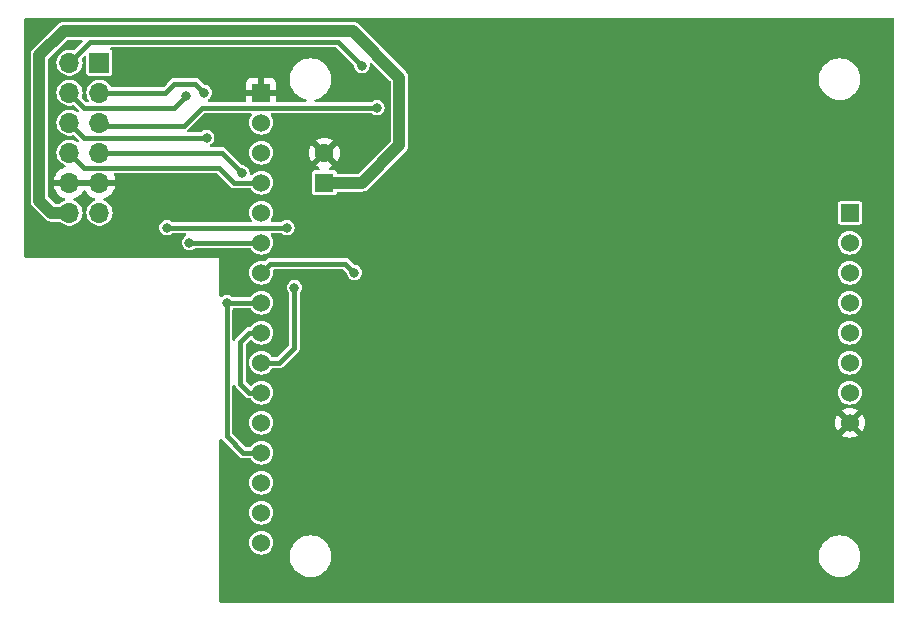
<source format=gbl>
G04 #@! TF.GenerationSoftware,KiCad,Pcbnew,7.0.1*
G04 #@! TF.CreationDate,2023-04-02T16:08:21+02:00*
G04 #@! TF.ProjectId,PMOD SPI SD TFT,504d4f44-2053-4504-9920-534420544654,V1.0*
G04 #@! TF.SameCoordinates,Original*
G04 #@! TF.FileFunction,Copper,L2,Bot*
G04 #@! TF.FilePolarity,Positive*
%FSLAX46Y46*%
G04 Gerber Fmt 4.6, Leading zero omitted, Abs format (unit mm)*
G04 Created by KiCad (PCBNEW 7.0.1) date 2023-04-02 16:08:21*
%MOMM*%
%LPD*%
G01*
G04 APERTURE LIST*
G04 #@! TA.AperFunction,ComponentPad*
%ADD10R,1.700000X1.700000*%
G04 #@! TD*
G04 #@! TA.AperFunction,ComponentPad*
%ADD11O,1.700000X1.700000*%
G04 #@! TD*
G04 #@! TA.AperFunction,ComponentPad*
%ADD12C,1.524000*%
G04 #@! TD*
G04 #@! TA.AperFunction,ComponentPad*
%ADD13R,1.524000X1.524000*%
G04 #@! TD*
G04 #@! TA.AperFunction,ComponentPad*
%ADD14R,1.600000X1.600000*%
G04 #@! TD*
G04 #@! TA.AperFunction,ComponentPad*
%ADD15C,1.600000*%
G04 #@! TD*
G04 #@! TA.AperFunction,ViaPad*
%ADD16C,0.800000*%
G04 #@! TD*
G04 #@! TA.AperFunction,Conductor*
%ADD17C,0.440000*%
G04 #@! TD*
G04 #@! TA.AperFunction,Conductor*
%ADD18C,1.000000*%
G04 #@! TD*
G04 APERTURE END LIST*
D10*
X-41910000Y21590000D03*
D11*
X-41910000Y19050000D03*
X-41910000Y16510000D03*
X-41910000Y13970000D03*
X-41910000Y11430000D03*
X-41910000Y8890000D03*
X-44450000Y21590000D03*
X-44450000Y19050000D03*
X-44450000Y16510000D03*
X-44450000Y13970000D03*
X-44450000Y11430000D03*
X-44450000Y8890000D03*
D12*
X-28213800Y-19050000D03*
X-28213800Y-16510000D03*
X-28213800Y-13970000D03*
X-28213800Y-11430000D03*
X-28213800Y-8890000D03*
X-28213800Y-6350000D03*
X-28213800Y-3810000D03*
X-28213800Y-1270000D03*
X21620000Y-8890000D03*
X-28213800Y1270000D03*
X21620000Y-6350000D03*
X-28213800Y3810000D03*
X21620000Y-3810000D03*
X-28213800Y6350000D03*
X21620000Y-1270000D03*
X-28213800Y8890000D03*
X21620000Y1270000D03*
X-28213800Y11430000D03*
X21620000Y3810000D03*
X-28213800Y13970000D03*
X21620000Y6350000D03*
X-28213800Y16510000D03*
D13*
X21620000Y8890000D03*
X-28213800Y19050000D03*
D14*
X-22860000Y11430000D03*
D15*
X-22860000Y13930000D03*
D16*
X-26035000Y7620000D03*
X-36195000Y7620000D03*
X-25400000Y2540000D03*
X-20320000Y3810000D03*
X-19685000Y21336000D03*
X-31115000Y1270000D03*
X-33020000Y19050000D03*
X-34290000Y6350000D03*
X-34544000Y18796000D03*
X-18415000Y17780000D03*
X-32835500Y15240000D03*
X-29845000Y12249500D03*
D17*
X-35560000Y19812000D02*
X-33782000Y19812000D01*
X-41910000Y19050000D02*
X-36322000Y19050000D01*
X-36322000Y19050000D02*
X-35560000Y19812000D01*
X-33782000Y19812000D02*
X-33020000Y19050000D01*
X-33255143Y17780000D02*
X-18415000Y17780000D01*
X-34779143Y16256000D02*
X-33255143Y17780000D01*
X-41656000Y16256000D02*
X-34779143Y16256000D01*
X-41910000Y16510000D02*
X-41656000Y16256000D01*
X-31119501Y1265499D02*
X-31115000Y1270000D01*
X-31119501Y-10028499D02*
X-31119501Y1265499D01*
X-29718000Y-11430000D02*
X-31119501Y-10028499D01*
X-28213800Y-11430000D02*
X-29718000Y-11430000D01*
X-29210000Y-1270000D02*
X-28213800Y-1270000D01*
X-29972000Y-2032000D02*
X-29210000Y-1270000D01*
X-29210000Y-6350000D02*
X-29972000Y-5588000D01*
X-28213800Y-6350000D02*
X-29210000Y-6350000D01*
X-29972000Y-5588000D02*
X-29972000Y-2032000D01*
X-25400000Y-2540000D02*
X-25400000Y2540000D01*
X-26670000Y-3810000D02*
X-25400000Y-2540000D01*
X-28213800Y-3810000D02*
X-26670000Y-3810000D01*
X-27451800Y4572000D02*
X-28213800Y3810000D01*
X-21082000Y4572000D02*
X-27451800Y4572000D01*
X-20320000Y3810000D02*
X-21082000Y4572000D01*
X-35560000Y17780000D02*
X-34544000Y18796000D01*
X-43180000Y17780000D02*
X-35560000Y17780000D01*
X-44450000Y19050000D02*
X-43180000Y17780000D01*
D18*
X-19685000Y11430000D02*
X-22860000Y11430000D01*
X-44927499Y24287501D02*
X-20477501Y24287501D01*
X-16510000Y20320000D02*
X-16510000Y14605000D01*
X-46990000Y22225000D02*
X-44927499Y24287501D01*
X-20477501Y24287501D02*
X-16510000Y20320000D01*
X-46990000Y9906000D02*
X-46990000Y22225000D01*
X-45974000Y8890000D02*
X-46990000Y9906000D01*
X-44450000Y8890000D02*
X-45974000Y8890000D01*
X-16510000Y14605000D02*
X-19685000Y11430000D01*
D17*
X-21717000Y23368000D02*
X-19685000Y21336000D01*
X-44450000Y21590000D02*
X-42672000Y23368000D01*
X-42672000Y23368000D02*
X-21717000Y23368000D01*
X-27812199Y7620000D02*
X-26035000Y7620000D01*
X-36195000Y7620000D02*
X-27812199Y7620000D01*
X-31115000Y1270000D02*
X-28213800Y1270000D01*
X-43180000Y15240000D02*
X-32835500Y15240000D01*
X-44450000Y16510000D02*
X-43180000Y15240000D01*
X-34290000Y6350000D02*
X-28213800Y6350000D01*
X-30480000Y11430000D02*
X-28213800Y11430000D01*
X-31750000Y12700000D02*
X-30480000Y11430000D01*
X-43180000Y12700000D02*
X-31750000Y12700000D01*
X-44450000Y13970000D02*
X-43180000Y12700000D01*
X-31565500Y13970000D02*
X-29845000Y12249500D01*
X-41910000Y13970000D02*
X-31565500Y13970000D01*
G04 #@! TA.AperFunction,Conductor*
G36*
X25337500Y25382887D02*
G01*
X25382887Y25337500D01*
X25399500Y25275500D01*
X25399500Y-24005500D01*
X25382887Y-24067500D01*
X25337500Y-24112887D01*
X25275500Y-24129500D01*
X-31625500Y-24129500D01*
X-31687500Y-24112887D01*
X-31732887Y-24067500D01*
X-31749500Y-24005500D01*
X-31749500Y-20326182D01*
X-25790500Y-20326182D01*
X-25751396Y-20585615D01*
X-25674063Y-20836323D01*
X-25560228Y-21072704D01*
X-25412433Y-21289479D01*
X-25412429Y-21289482D01*
X-25412428Y-21289485D01*
X-25333273Y-21374792D01*
X-25233981Y-21481805D01*
X-25028857Y-21645386D01*
X-24801643Y-21776568D01*
X-24557416Y-21872420D01*
X-24301630Y-21930802D01*
X-24228079Y-21936313D01*
X-24105499Y-21945500D01*
X-24105494Y-21945500D01*
X-23974506Y-21945500D01*
X-23974501Y-21945500D01*
X-23834408Y-21935001D01*
X-23778370Y-21930802D01*
X-23522584Y-21872420D01*
X-23278357Y-21776568D01*
X-23051143Y-21645386D01*
X-22846019Y-21481805D01*
X-22846015Y-21481801D01*
X-22667571Y-21289485D01*
X-22655766Y-21272170D01*
X-22519772Y-21072704D01*
X-22405937Y-20836323D01*
X-22328604Y-20585615D01*
X-22289500Y-20326182D01*
X19009500Y-20326182D01*
X19048604Y-20585615D01*
X19125937Y-20836323D01*
X19239772Y-21072704D01*
X19375766Y-21272170D01*
X19387571Y-21289485D01*
X19566015Y-21481801D01*
X19566019Y-21481805D01*
X19771143Y-21645386D01*
X19998357Y-21776568D01*
X20242584Y-21872420D01*
X20498370Y-21930802D01*
X20554408Y-21935001D01*
X20694501Y-21945500D01*
X20694506Y-21945500D01*
X20825494Y-21945500D01*
X20825499Y-21945500D01*
X20948079Y-21936313D01*
X21021630Y-21930802D01*
X21277416Y-21872420D01*
X21521643Y-21776568D01*
X21748857Y-21645386D01*
X21953981Y-21481805D01*
X22053273Y-21374792D01*
X22132428Y-21289485D01*
X22132429Y-21289482D01*
X22132433Y-21289479D01*
X22280228Y-21072704D01*
X22394063Y-20836323D01*
X22471396Y-20585615D01*
X22510500Y-20326182D01*
X22510500Y-20063818D01*
X22471396Y-19804385D01*
X22394063Y-19553677D01*
X22280228Y-19317296D01*
X22132433Y-19100521D01*
X22132432Y-19100520D01*
X22132428Y-19100514D01*
X21953984Y-18908198D01*
X21953983Y-18908197D01*
X21953981Y-18908195D01*
X21748857Y-18744614D01*
X21748856Y-18744613D01*
X21521641Y-18613431D01*
X21277418Y-18517580D01*
X21021627Y-18459197D01*
X20825499Y-18444500D01*
X20825494Y-18444500D01*
X20694506Y-18444500D01*
X20694501Y-18444500D01*
X20498372Y-18459197D01*
X20242581Y-18517580D01*
X19998358Y-18613431D01*
X19771143Y-18744613D01*
X19566015Y-18908198D01*
X19387571Y-19100514D01*
X19287070Y-19247922D01*
X19239772Y-19317296D01*
X19125937Y-19553677D01*
X19048604Y-19804385D01*
X19009500Y-20063818D01*
X19009500Y-20326182D01*
X-22289500Y-20326182D01*
X-22289500Y-20063818D01*
X-22328604Y-19804385D01*
X-22405937Y-19553677D01*
X-22519772Y-19317296D01*
X-22567070Y-19247922D01*
X-22667571Y-19100514D01*
X-22846015Y-18908198D01*
X-23051143Y-18744613D01*
X-23278358Y-18613431D01*
X-23522581Y-18517580D01*
X-23778372Y-18459197D01*
X-23974501Y-18444500D01*
X-23974506Y-18444500D01*
X-24105494Y-18444500D01*
X-24105499Y-18444500D01*
X-24301627Y-18459197D01*
X-24557418Y-18517580D01*
X-24801641Y-18613431D01*
X-25028856Y-18744613D01*
X-25028857Y-18744614D01*
X-25233981Y-18908195D01*
X-25233983Y-18908197D01*
X-25233984Y-18908198D01*
X-25412428Y-19100514D01*
X-25412432Y-19100520D01*
X-25412433Y-19100521D01*
X-25560228Y-19317296D01*
X-25674063Y-19553677D01*
X-25751396Y-19804385D01*
X-25790500Y-20063818D01*
X-25790500Y-20326182D01*
X-31749500Y-20326182D01*
X-31749500Y-19050000D01*
X-29231199Y-19050000D01*
X-29211650Y-19248485D01*
X-29153754Y-19439342D01*
X-29059736Y-19615237D01*
X-28933210Y-19769410D01*
X-28779037Y-19895936D01*
X-28603142Y-19989954D01*
X-28412285Y-20047850D01*
X-28213800Y-20067399D01*
X-28015315Y-20047850D01*
X-27824458Y-19989954D01*
X-27648563Y-19895936D01*
X-27537007Y-19804385D01*
X-27494389Y-19769410D01*
X-27417302Y-19675478D01*
X-27367864Y-19615237D01*
X-27273846Y-19439342D01*
X-27273845Y-19439341D01*
X-27215950Y-19248486D01*
X-27196401Y-19049999D01*
X-27215950Y-18851513D01*
X-27273845Y-18660658D01*
X-27367863Y-18484764D01*
X-27494389Y-18330589D01*
X-27648564Y-18204063D01*
X-27824458Y-18110045D01*
X-28015313Y-18052150D01*
X-28213800Y-18032601D01*
X-28412286Y-18052150D01*
X-28603141Y-18110045D01*
X-28756320Y-18191922D01*
X-28779037Y-18204064D01*
X-28839278Y-18253502D01*
X-28933210Y-18330589D01*
X-28996472Y-18407676D01*
X-29059736Y-18484763D01*
X-29153754Y-18660658D01*
X-29211650Y-18851515D01*
X-29231199Y-19050000D01*
X-31749500Y-19050000D01*
X-31749500Y-16510000D01*
X-29231199Y-16510000D01*
X-29211650Y-16708485D01*
X-29153754Y-16899342D01*
X-29059736Y-17075237D01*
X-28933210Y-17229410D01*
X-28779037Y-17355936D01*
X-28603142Y-17449954D01*
X-28412285Y-17507850D01*
X-28213800Y-17527399D01*
X-28015315Y-17507850D01*
X-27824458Y-17449954D01*
X-27648563Y-17355936D01*
X-27571476Y-17292672D01*
X-27494389Y-17229410D01*
X-27417302Y-17135478D01*
X-27367864Y-17075237D01*
X-27273846Y-16899342D01*
X-27273845Y-16899341D01*
X-27215950Y-16708486D01*
X-27196401Y-16509999D01*
X-27215950Y-16311513D01*
X-27273845Y-16120658D01*
X-27367863Y-15944764D01*
X-27494389Y-15790589D01*
X-27648564Y-15664063D01*
X-27824458Y-15570045D01*
X-28015313Y-15512150D01*
X-28213800Y-15492601D01*
X-28412286Y-15512150D01*
X-28603141Y-15570045D01*
X-28756320Y-15651921D01*
X-28779037Y-15664064D01*
X-28839278Y-15713502D01*
X-28933210Y-15790589D01*
X-28996473Y-15867676D01*
X-29059736Y-15944763D01*
X-29153754Y-16120658D01*
X-29211650Y-16311515D01*
X-29231199Y-16510000D01*
X-31749500Y-16510000D01*
X-31749500Y-13970000D01*
X-29231199Y-13970000D01*
X-29211650Y-14168485D01*
X-29153754Y-14359342D01*
X-29059736Y-14535237D01*
X-28933210Y-14689410D01*
X-28779037Y-14815936D01*
X-28603142Y-14909954D01*
X-28412285Y-14967850D01*
X-28213800Y-14987399D01*
X-28015315Y-14967850D01*
X-27824458Y-14909954D01*
X-27648563Y-14815936D01*
X-27571476Y-14752673D01*
X-27494389Y-14689410D01*
X-27417302Y-14595478D01*
X-27367864Y-14535237D01*
X-27273846Y-14359342D01*
X-27273845Y-14359341D01*
X-27215950Y-14168486D01*
X-27196401Y-13970000D01*
X-27215950Y-13771513D01*
X-27273845Y-13580658D01*
X-27367863Y-13404764D01*
X-27494389Y-13250589D01*
X-27648564Y-13124063D01*
X-27824458Y-13030045D01*
X-28015313Y-12972150D01*
X-28213800Y-12952601D01*
X-28412286Y-12972150D01*
X-28603141Y-13030045D01*
X-28756320Y-13111921D01*
X-28779037Y-13124064D01*
X-28839278Y-13173502D01*
X-28933210Y-13250589D01*
X-28996472Y-13327676D01*
X-29059736Y-13404763D01*
X-29153754Y-13580658D01*
X-29211650Y-13771515D01*
X-29231199Y-13970000D01*
X-31749500Y-13970000D01*
X-31749500Y-10351615D01*
X-31731686Y-10287579D01*
X-31683361Y-10241942D01*
X-31618412Y-10227818D01*
X-31555499Y-10249263D01*
X-31534122Y-10274661D01*
X-31531060Y-10272008D01*
X-31519381Y-10285484D01*
X-31519381Y-10285486D01*
X-31488965Y-10320586D01*
X-31483435Y-10327449D01*
X-31475987Y-10337400D01*
X-31467210Y-10346176D01*
X-31461188Y-10352642D01*
X-31430781Y-10387735D01*
X-31430778Y-10387736D01*
X-31430779Y-10387736D01*
X-31427644Y-10389751D01*
X-31407001Y-10406384D01*
X-30095882Y-11717504D01*
X-30079256Y-11738136D01*
X-30077236Y-11741280D01*
X-30042151Y-11771680D01*
X-30035687Y-11777699D01*
X-30026901Y-11786487D01*
X-30016945Y-11793939D01*
X-30010060Y-11799487D01*
X-29974987Y-11829880D01*
X-29971593Y-11831429D01*
X-29948787Y-11844961D01*
X-29945805Y-11847194D01*
X-29902287Y-11863424D01*
X-29894162Y-11866790D01*
X-29851918Y-11886083D01*
X-29848221Y-11886614D01*
X-29822542Y-11893168D01*
X-29819040Y-11894475D01*
X-29772739Y-11897786D01*
X-29763938Y-11898732D01*
X-29751648Y-11900500D01*
X-29739229Y-11900500D01*
X-29730383Y-11900815D01*
X-29684090Y-11904127D01*
X-29684089Y-11904126D01*
X-29684089Y-11904127D01*
X-29680439Y-11903333D01*
X-29654084Y-11900500D01*
X-29184697Y-11900500D01*
X-29120949Y-11918141D01*
X-29075338Y-11966046D01*
X-29059736Y-11995237D01*
X-28933210Y-12149410D01*
X-28779037Y-12275936D01*
X-28603142Y-12369954D01*
X-28412285Y-12427850D01*
X-28213800Y-12447399D01*
X-28015315Y-12427850D01*
X-27824458Y-12369954D01*
X-27648563Y-12275936D01*
X-27571476Y-12212673D01*
X-27494389Y-12149410D01*
X-27417302Y-12055478D01*
X-27367864Y-11995237D01*
X-27326655Y-11918141D01*
X-27273845Y-11819341D01*
X-27215950Y-11628486D01*
X-27196401Y-11430000D01*
X-27215950Y-11231513D01*
X-27273845Y-11040658D01*
X-27367863Y-10864764D01*
X-27494389Y-10710589D01*
X-27648564Y-10584063D01*
X-27824458Y-10490045D01*
X-28015313Y-10432150D01*
X-28213799Y-10412601D01*
X-28313042Y-10422375D01*
X-28412286Y-10432150D01*
X-28603141Y-10490045D01*
X-28756320Y-10571922D01*
X-28779037Y-10584064D01*
X-28839278Y-10633502D01*
X-28933210Y-10710589D01*
X-29037045Y-10837115D01*
X-29059736Y-10864763D01*
X-29073057Y-10889685D01*
X-29075339Y-10893954D01*
X-29120949Y-10941859D01*
X-29184697Y-10959500D01*
X-29471750Y-10959500D01*
X-29519203Y-10950061D01*
X-29559431Y-10923181D01*
X-30540873Y-9941740D01*
X20921812Y-9941740D01*
X20986593Y-9987101D01*
X21186718Y-10080420D01*
X21400021Y-10137575D01*
X21620000Y-10156821D01*
X21839978Y-10137575D01*
X22053281Y-10080420D01*
X22253408Y-9987100D01*
X22318187Y-9941740D01*
X21620001Y-9243553D01*
X21620000Y-9243553D01*
X20921812Y-9941740D01*
X-30540873Y-9941740D01*
X-30612682Y-9869931D01*
X-30639562Y-9829703D01*
X-30649001Y-9782250D01*
X-30649001Y-8890000D01*
X-29231199Y-8890000D01*
X-29211650Y-9088485D01*
X-29153754Y-9279342D01*
X-29059736Y-9455237D01*
X-28933210Y-9609410D01*
X-28779037Y-9735936D01*
X-28603142Y-9829954D01*
X-28412285Y-9887850D01*
X-28213800Y-9907399D01*
X-28015315Y-9887850D01*
X-27824458Y-9829954D01*
X-27648563Y-9735936D01*
X-27571476Y-9672672D01*
X-27494389Y-9609410D01*
X-27417302Y-9515478D01*
X-27367864Y-9455237D01*
X-27273846Y-9279342D01*
X-27273845Y-9279341D01*
X-27215950Y-9088486D01*
X-27196401Y-8890000D01*
X20353178Y-8890000D01*
X20372424Y-9109978D01*
X20429579Y-9323281D01*
X20522898Y-9523406D01*
X20568258Y-9588187D01*
X21266446Y-8890001D01*
X21973553Y-8890001D01*
X22671740Y-9588186D01*
X22717100Y-9523408D01*
X22810420Y-9323281D01*
X22867575Y-9109978D01*
X22886821Y-8890000D01*
X22867575Y-8670021D01*
X22810421Y-8456720D01*
X22717098Y-8256589D01*
X22671740Y-8191811D01*
X21973553Y-8890000D01*
X21973553Y-8890001D01*
X21266446Y-8890001D01*
X21266446Y-8890000D01*
X20568258Y-8191811D01*
X20568258Y-8191812D01*
X20522900Y-8256589D01*
X20429578Y-8456719D01*
X20372424Y-8670021D01*
X20353178Y-8890000D01*
X-27196401Y-8890000D01*
X-27215950Y-8691513D01*
X-27273845Y-8500658D01*
X-27367863Y-8324764D01*
X-27494389Y-8170589D01*
X-27648564Y-8044063D01*
X-27824458Y-7950045D01*
X-28015313Y-7892150D01*
X-28213800Y-7872601D01*
X-28412286Y-7892150D01*
X-28603141Y-7950045D01*
X-28756320Y-8031922D01*
X-28779037Y-8044064D01*
X-28839278Y-8093502D01*
X-28933210Y-8170589D01*
X-28996473Y-8247676D01*
X-29059736Y-8324763D01*
X-29153754Y-8500658D01*
X-29211650Y-8691515D01*
X-29231199Y-8890000D01*
X-30649001Y-8890000D01*
X-30649001Y-7838258D01*
X20921811Y-7838258D01*
X21620000Y-8536446D01*
X21620001Y-8536446D01*
X22318187Y-7838258D01*
X22253406Y-7792898D01*
X22053281Y-7699579D01*
X21839978Y-7642424D01*
X21620000Y-7623178D01*
X21400021Y-7642424D01*
X21186719Y-7699578D01*
X20986589Y-7792900D01*
X20921812Y-7838258D01*
X20921811Y-7838258D01*
X-30649001Y-7838258D01*
X-30649001Y-5808192D01*
X-30631189Y-5744160D01*
X-30582871Y-5698524D01*
X-30517928Y-5684394D01*
X-30455016Y-5705829D01*
X-30412211Y-5756672D01*
X-30408808Y-5764122D01*
X-30405422Y-5772292D01*
X-30389194Y-5815805D01*
X-30387985Y-5817420D01*
X-30386960Y-5818789D01*
X-30373428Y-5841595D01*
X-30371880Y-5844987D01*
X-30341464Y-5880087D01*
X-30335934Y-5886950D01*
X-30328486Y-5896901D01*
X-30319709Y-5905677D01*
X-30313687Y-5912143D01*
X-30283280Y-5947236D01*
X-30283277Y-5947237D01*
X-30283278Y-5947237D01*
X-30280143Y-5949252D01*
X-30259500Y-5965885D01*
X-29587882Y-6637504D01*
X-29571256Y-6658136D01*
X-29569236Y-6661280D01*
X-29534151Y-6691680D01*
X-29527687Y-6697699D01*
X-29518901Y-6706487D01*
X-29508945Y-6713939D01*
X-29502060Y-6719487D01*
X-29466987Y-6749880D01*
X-29463593Y-6751429D01*
X-29440787Y-6764961D01*
X-29437805Y-6767194D01*
X-29394287Y-6783424D01*
X-29386162Y-6786790D01*
X-29343918Y-6806083D01*
X-29340221Y-6806614D01*
X-29314542Y-6813168D01*
X-29311040Y-6814475D01*
X-29264739Y-6817786D01*
X-29255938Y-6818732D01*
X-29243648Y-6820500D01*
X-29231229Y-6820500D01*
X-29222384Y-6820816D01*
X-29214249Y-6821397D01*
X-29176090Y-6824127D01*
X-29176088Y-6824126D01*
X-29174001Y-6824276D01*
X-29115341Y-6843945D01*
X-29073489Y-6889506D01*
X-29059736Y-6915237D01*
X-28933210Y-7069410D01*
X-28779037Y-7195936D01*
X-28603142Y-7289954D01*
X-28412285Y-7347850D01*
X-28213800Y-7367399D01*
X-28015315Y-7347850D01*
X-27824458Y-7289954D01*
X-27648563Y-7195936D01*
X-27571476Y-7132672D01*
X-27494389Y-7069410D01*
X-27367865Y-6915238D01*
X-27367864Y-6915237D01*
X-27354113Y-6889510D01*
X-27273845Y-6739341D01*
X-27215950Y-6548486D01*
X-27196401Y-6350000D01*
X20602601Y-6350000D01*
X20622150Y-6548486D01*
X20680045Y-6739341D01*
X20760313Y-6889510D01*
X20774064Y-6915237D01*
X20774065Y-6915238D01*
X20900589Y-7069410D01*
X20977676Y-7132672D01*
X21054763Y-7195936D01*
X21230658Y-7289954D01*
X21421515Y-7347850D01*
X21620000Y-7367399D01*
X21818485Y-7347850D01*
X22009342Y-7289954D01*
X22185237Y-7195936D01*
X22339410Y-7069410D01*
X22465936Y-6915237D01*
X22559954Y-6739342D01*
X22617850Y-6548485D01*
X22637399Y-6350000D01*
X22617850Y-6151515D01*
X22559954Y-5960658D01*
X22465936Y-5784763D01*
X22395162Y-5698524D01*
X22339410Y-5630589D01*
X22225883Y-5537421D01*
X22185237Y-5504064D01*
X22162520Y-5491921D01*
X22009341Y-5410045D01*
X21818486Y-5352150D01*
X21620000Y-5332601D01*
X21421513Y-5352150D01*
X21230658Y-5410045D01*
X21054764Y-5504063D01*
X20900589Y-5630589D01*
X20774063Y-5784764D01*
X20680045Y-5960658D01*
X20622150Y-6151513D01*
X20602601Y-6350000D01*
X-27196401Y-6350000D01*
X-27215950Y-6151513D01*
X-27273845Y-5960658D01*
X-27367863Y-5784764D01*
X-27494389Y-5630589D01*
X-27648564Y-5504063D01*
X-27824458Y-5410045D01*
X-28015313Y-5352150D01*
X-28213800Y-5332601D01*
X-28412286Y-5352150D01*
X-28603141Y-5410045D01*
X-28756320Y-5491922D01*
X-28779037Y-5504064D01*
X-28819683Y-5537421D01*
X-28933210Y-5630589D01*
X-28995531Y-5706528D01*
X-29051526Y-5745283D01*
X-29119542Y-5748625D01*
X-29179064Y-5715546D01*
X-29465183Y-5429429D01*
X-29492061Y-5389204D01*
X-29501500Y-5341751D01*
X-29501500Y-3810000D01*
X-29231199Y-3810000D01*
X-29211650Y-4008485D01*
X-29153754Y-4199342D01*
X-29059736Y-4375237D01*
X-28933210Y-4529410D01*
X-28779037Y-4655936D01*
X-28603142Y-4749954D01*
X-28412285Y-4807850D01*
X-28213800Y-4827399D01*
X-28015315Y-4807850D01*
X-27824458Y-4749954D01*
X-27648563Y-4655936D01*
X-27571476Y-4592672D01*
X-27494389Y-4529410D01*
X-27367864Y-4375237D01*
X-27352261Y-4346046D01*
X-27306651Y-4298141D01*
X-27242903Y-4280500D01*
X-26733909Y-4280500D01*
X-26707551Y-4283333D01*
X-26703910Y-4284126D01*
X-26703908Y-4284125D01*
X-26703908Y-4284126D01*
X-26657626Y-4280816D01*
X-26648780Y-4280500D01*
X-26636356Y-4280500D01*
X-26636352Y-4280500D01*
X-26624032Y-4278728D01*
X-26615255Y-4277785D01*
X-26581232Y-4275352D01*
X-26568957Y-4274475D01*
X-26565458Y-4273170D01*
X-26539776Y-4266614D01*
X-26536082Y-4266083D01*
X-26530178Y-4263386D01*
X-26493855Y-4246799D01*
X-26485686Y-4243414D01*
X-26442195Y-4227194D01*
X-26439207Y-4224957D01*
X-26416411Y-4211432D01*
X-26415337Y-4210941D01*
X-26413013Y-4209880D01*
X-26377923Y-4179474D01*
X-26371031Y-4173921D01*
X-26361098Y-4166485D01*
X-26352322Y-4157709D01*
X-26345844Y-4151678D01*
X-26310762Y-4121279D01*
X-26308741Y-4118134D01*
X-26292110Y-4097497D01*
X-26004612Y-3809999D01*
X20602601Y-3809999D01*
X20622150Y-4008486D01*
X20680045Y-4199341D01*
X20722480Y-4278731D01*
X20774064Y-4375237D01*
X20823502Y-4435478D01*
X20900589Y-4529410D01*
X20977676Y-4592672D01*
X21054763Y-4655936D01*
X21230658Y-4749954D01*
X21421515Y-4807850D01*
X21620000Y-4827399D01*
X21818485Y-4807850D01*
X22009342Y-4749954D01*
X22185237Y-4655936D01*
X22339410Y-4529410D01*
X22465936Y-4375237D01*
X22559954Y-4199342D01*
X22617850Y-4008485D01*
X22637399Y-3810000D01*
X22617850Y-3611515D01*
X22559954Y-3420658D01*
X22465936Y-3244763D01*
X22402672Y-3167676D01*
X22339410Y-3090589D01*
X22245478Y-3013502D01*
X22185237Y-2964064D01*
X22098848Y-2917888D01*
X22009341Y-2870045D01*
X21818486Y-2812150D01*
X21620000Y-2792601D01*
X21421513Y-2812150D01*
X21230658Y-2870045D01*
X21054764Y-2964063D01*
X20900589Y-3090589D01*
X20774063Y-3244764D01*
X20680045Y-3420658D01*
X20622150Y-3611513D01*
X20602601Y-3809999D01*
X-26004612Y-3809999D01*
X-25112501Y-2917888D01*
X-25091860Y-2901254D01*
X-25088720Y-2899236D01*
X-25058321Y-2864154D01*
X-25052287Y-2857674D01*
X-25043517Y-2848904D01*
X-25043514Y-2848901D01*
X-25036065Y-2838951D01*
X-25030520Y-2832070D01*
X-25013259Y-2812150D01*
X-25000120Y-2796987D01*
X-24998566Y-2793585D01*
X-24985043Y-2770794D01*
X-24982805Y-2767804D01*
X-24966584Y-2724312D01*
X-24963196Y-2716132D01*
X-24943917Y-2673917D01*
X-24943385Y-2670218D01*
X-24936832Y-2644545D01*
X-24935525Y-2641040D01*
X-24932213Y-2594742D01*
X-24931268Y-2585949D01*
X-24929500Y-2573648D01*
X-24929500Y-2561220D01*
X-24929184Y-2552374D01*
X-24925873Y-2506091D01*
X-24926666Y-2502450D01*
X-24929500Y-2476091D01*
X-24929500Y-1269999D01*
X20602601Y-1269999D01*
X20622150Y-1468486D01*
X20680045Y-1659341D01*
X20741874Y-1775014D01*
X20774064Y-1835237D01*
X20807387Y-1875841D01*
X20900589Y-1989410D01*
X20977676Y-2052673D01*
X21054763Y-2115936D01*
X21230658Y-2209954D01*
X21421515Y-2267850D01*
X21620000Y-2287399D01*
X21818485Y-2267850D01*
X22009342Y-2209954D01*
X22185237Y-2115936D01*
X22339410Y-1989410D01*
X22465936Y-1835237D01*
X22559954Y-1659342D01*
X22617850Y-1468485D01*
X22637399Y-1270000D01*
X22617850Y-1071515D01*
X22559954Y-880658D01*
X22465936Y-704763D01*
X22402673Y-627676D01*
X22339410Y-550589D01*
X22245478Y-473502D01*
X22185237Y-424064D01*
X22162520Y-411921D01*
X22009341Y-330045D01*
X21818486Y-272150D01*
X21620000Y-252601D01*
X21421513Y-272150D01*
X21230658Y-330045D01*
X21054764Y-424063D01*
X20900589Y-550589D01*
X20774063Y-704764D01*
X20680045Y-880658D01*
X20622150Y-1071513D01*
X20602601Y-1269999D01*
X-24929500Y-1269999D01*
X-24929500Y1270000D01*
X20602601Y1270000D01*
X20622150Y1071513D01*
X20680045Y880658D01*
X20774063Y704764D01*
X20900589Y550589D01*
X21054764Y424063D01*
X21230658Y330045D01*
X21421513Y272150D01*
X21620000Y252601D01*
X21818486Y272150D01*
X22009341Y330045D01*
X22185235Y424063D01*
X22185237Y424064D01*
X22245478Y473502D01*
X22339410Y550589D01*
X22402673Y627676D01*
X22465936Y704763D01*
X22559954Y880658D01*
X22617850Y1071515D01*
X22637399Y1270000D01*
X22617850Y1468485D01*
X22559954Y1659342D01*
X22465936Y1835237D01*
X22339410Y1989410D01*
X22185237Y2115936D01*
X22009342Y2209954D01*
X21818485Y2267850D01*
X21620000Y2287399D01*
X21421515Y2267850D01*
X21230658Y2209954D01*
X21054763Y2115936D01*
X21020439Y2087767D01*
X20900589Y1989410D01*
X20844037Y1920500D01*
X20774064Y1835237D01*
X20774063Y1835235D01*
X20680045Y1659341D01*
X20622150Y1468486D01*
X20602601Y1270000D01*
X-24929500Y1270000D01*
X-24929500Y2037879D01*
X-24923885Y2074769D01*
X-24907550Y2108319D01*
X-24819780Y2235476D01*
X-24763763Y2383181D01*
X-24744721Y2540000D01*
X-24763763Y2696818D01*
X-24819780Y2844523D01*
X-24909515Y2974528D01*
X-24909517Y2974530D01*
X-25027760Y3079283D01*
X-25167635Y3152696D01*
X-25321015Y3190500D01*
X-25478985Y3190500D01*
X-25632365Y3152696D01*
X-25772240Y3079283D01*
X-25890483Y2974530D01*
X-25980220Y2844523D01*
X-26036237Y2696818D01*
X-26055278Y2540000D01*
X-26036237Y2383182D01*
X-25980220Y2235477D01*
X-25980219Y2235476D01*
X-25892450Y2108319D01*
X-25876115Y2074769D01*
X-25870500Y2037879D01*
X-25870500Y-2293751D01*
X-25879939Y-2341204D01*
X-25906819Y-2381432D01*
X-26828568Y-3303181D01*
X-26868796Y-3330061D01*
X-26916249Y-3339500D01*
X-27242903Y-3339500D01*
X-27306651Y-3321859D01*
X-27352261Y-3273954D01*
X-27367864Y-3244762D01*
X-27494389Y-3090589D01*
X-27648564Y-2964063D01*
X-27824458Y-2870045D01*
X-28015313Y-2812150D01*
X-28213799Y-2792601D01*
X-28313042Y-2802375D01*
X-28412286Y-2812150D01*
X-28603141Y-2870045D01*
X-28692648Y-2917888D01*
X-28779037Y-2964064D01*
X-28839278Y-3013502D01*
X-28933210Y-3090589D01*
X-28996472Y-3167676D01*
X-29059736Y-3244763D01*
X-29153754Y-3420658D01*
X-29211650Y-3611515D01*
X-29231199Y-3810000D01*
X-29501500Y-3810000D01*
X-29501500Y-2278249D01*
X-29492061Y-2230796D01*
X-29465181Y-2190568D01*
X-29179066Y-1904454D01*
X-29119542Y-1871374D01*
X-29051526Y-1874716D01*
X-28995531Y-1913470D01*
X-28933210Y-1989410D01*
X-28779037Y-2115936D01*
X-28603142Y-2209954D01*
X-28412285Y-2267850D01*
X-28213800Y-2287399D01*
X-28015315Y-2267850D01*
X-27824458Y-2209954D01*
X-27648563Y-2115936D01*
X-27571476Y-2052673D01*
X-27494389Y-1989410D01*
X-27401187Y-1875841D01*
X-27367864Y-1835237D01*
X-27335674Y-1775014D01*
X-27273845Y-1659341D01*
X-27215950Y-1468486D01*
X-27196401Y-1269999D01*
X-27215950Y-1071513D01*
X-27273845Y-880658D01*
X-27367863Y-704764D01*
X-27494389Y-550589D01*
X-27648564Y-424063D01*
X-27824458Y-330045D01*
X-28015313Y-272150D01*
X-28213800Y-252601D01*
X-28412286Y-272150D01*
X-28603141Y-330045D01*
X-28756320Y-411921D01*
X-28779037Y-424064D01*
X-28839278Y-473502D01*
X-28933210Y-550589D01*
X-29021256Y-657875D01*
X-29059736Y-704763D01*
X-29073489Y-730493D01*
X-29115340Y-776053D01*
X-29173998Y-795723D01*
X-29209801Y-798284D01*
X-29222384Y-799184D01*
X-29231229Y-799500D01*
X-29243650Y-799500D01*
X-29255935Y-801266D01*
X-29264731Y-802212D01*
X-29311042Y-805525D01*
X-29314544Y-806831D01*
X-29340216Y-813384D01*
X-29343920Y-813916D01*
X-29386142Y-833198D01*
X-29394315Y-836584D01*
X-29437804Y-852805D01*
X-29440788Y-855039D01*
X-29463585Y-868566D01*
X-29466985Y-870119D01*
X-29466987Y-870120D01*
X-29479148Y-880658D01*
X-29502062Y-900513D01*
X-29508953Y-906066D01*
X-29518902Y-913514D01*
X-29527683Y-922295D01*
X-29534160Y-928326D01*
X-29569236Y-958720D01*
X-29571255Y-961862D01*
X-29587886Y-982498D01*
X-30259498Y-1654111D01*
X-30280136Y-1670743D01*
X-30283280Y-1672764D01*
X-30313678Y-1707844D01*
X-30319709Y-1714322D01*
X-30328485Y-1723098D01*
X-30335921Y-1733031D01*
X-30341474Y-1739923D01*
X-30371880Y-1775013D01*
X-30371880Y-1775014D01*
X-30373432Y-1778411D01*
X-30386957Y-1801207D01*
X-30389194Y-1804195D01*
X-30405410Y-1847675D01*
X-30408797Y-1855852D01*
X-30412205Y-1863315D01*
X-30455008Y-1914164D01*
X-30517920Y-1935605D01*
X-30582867Y-1921477D01*
X-30631188Y-1875841D01*
X-30649001Y-1811807D01*
X-30649001Y675500D01*
X-30632388Y737500D01*
X-30587001Y782887D01*
X-30525001Y799500D01*
X-29184697Y799500D01*
X-29120949Y781859D01*
X-29075339Y733954D01*
X-29059737Y704764D01*
X-29059735Y704762D01*
X-28933210Y550589D01*
X-28839278Y473502D01*
X-28779037Y424064D01*
X-28779035Y424063D01*
X-28603141Y330045D01*
X-28412286Y272150D01*
X-28213800Y252601D01*
X-28015313Y272150D01*
X-27824458Y330045D01*
X-27648564Y424063D01*
X-27494389Y550589D01*
X-27367863Y704764D01*
X-27273845Y880658D01*
X-27215950Y1071513D01*
X-27196401Y1270000D01*
X-27215950Y1468486D01*
X-27273845Y1659341D01*
X-27367863Y1835235D01*
X-27367864Y1835237D01*
X-27437837Y1920500D01*
X-27494389Y1989410D01*
X-27614239Y2087767D01*
X-27648563Y2115936D01*
X-27824458Y2209954D01*
X-28015315Y2267850D01*
X-28213800Y2287399D01*
X-28412285Y2267850D01*
X-28603142Y2209954D01*
X-28779037Y2115936D01*
X-28933210Y1989410D01*
X-29059736Y1835237D01*
X-29073609Y1809283D01*
X-29075339Y1806046D01*
X-29120949Y1758141D01*
X-29184697Y1740500D01*
X-30618092Y1740500D01*
X-30662062Y1748558D01*
X-30700317Y1771683D01*
X-30742758Y1809281D01*
X-30742760Y1809283D01*
X-30882635Y1882696D01*
X-31036015Y1920500D01*
X-31193985Y1920500D01*
X-31347365Y1882696D01*
X-31487240Y1809283D01*
X-31529682Y1771683D01*
X-31543274Y1759642D01*
X-31592925Y1732813D01*
X-31649324Y1730768D01*
X-31700789Y1753931D01*
X-31736657Y1797502D01*
X-31749500Y1852458D01*
X-31749500Y3810000D01*
X-29231199Y3810000D01*
X-29211650Y3611515D01*
X-29153754Y3420658D01*
X-29059736Y3244763D01*
X-28996472Y3167676D01*
X-28933210Y3090589D01*
X-28839278Y3013502D01*
X-28779037Y2964064D01*
X-28779035Y2964063D01*
X-28603141Y2870045D01*
X-28412286Y2812150D01*
X-28213800Y2792601D01*
X-28015313Y2812150D01*
X-27824458Y2870045D01*
X-27648564Y2964063D01*
X-27494389Y3090589D01*
X-27367863Y3244764D01*
X-27273845Y3420658D01*
X-27215950Y3611513D01*
X-27196401Y3810000D01*
X-27211701Y3965346D01*
X-27199510Y4032344D01*
X-27153778Y4082801D01*
X-27088298Y4101500D01*
X-21328249Y4101500D01*
X-21280796Y4092061D01*
X-21240568Y4065181D01*
X-21004137Y3828750D01*
X-20980331Y3795352D01*
X-20968722Y3756016D01*
X-20956237Y3653182D01*
X-20900220Y3505477D01*
X-20810483Y3375470D01*
X-20692240Y3270717D01*
X-20692238Y3270716D01*
X-20552364Y3197303D01*
X-20398985Y3159500D01*
X-20241015Y3159500D01*
X-20087635Y3197303D01*
X-19947761Y3270716D01*
X-19829515Y3375471D01*
X-19739780Y3505476D01*
X-19683763Y3653181D01*
X-19664721Y3810000D01*
X20602601Y3810000D01*
X20622150Y3611513D01*
X20680045Y3420658D01*
X20774063Y3244764D01*
X20900589Y3090589D01*
X21054764Y2964063D01*
X21230658Y2870045D01*
X21421513Y2812150D01*
X21619999Y2792601D01*
X21620000Y2792601D01*
X21719242Y2802375D01*
X21818486Y2812150D01*
X22009341Y2870045D01*
X22185235Y2964063D01*
X22185237Y2964064D01*
X22245478Y3013502D01*
X22339410Y3090589D01*
X22402672Y3167676D01*
X22465936Y3244763D01*
X22559954Y3420658D01*
X22617850Y3611515D01*
X22637399Y3810000D01*
X22617850Y4008485D01*
X22559954Y4199342D01*
X22465936Y4375237D01*
X22339410Y4529410D01*
X22185237Y4655936D01*
X22009342Y4749954D01*
X21818485Y4807850D01*
X21620000Y4827399D01*
X21421515Y4807850D01*
X21230658Y4749954D01*
X21054763Y4655936D01*
X20977676Y4592672D01*
X20900589Y4529410D01*
X20844037Y4460500D01*
X20774064Y4375237D01*
X20774063Y4375235D01*
X20680045Y4199341D01*
X20622150Y4008486D01*
X20602601Y3810000D01*
X-19664721Y3810000D01*
X-19683763Y3966818D01*
X-19739780Y4114523D01*
X-19829515Y4244528D01*
X-19829517Y4244530D01*
X-19947760Y4349283D01*
X-20087635Y4422696D01*
X-20241015Y4460500D01*
X-20253750Y4460500D01*
X-20301203Y4469939D01*
X-20341431Y4496819D01*
X-20704111Y4859498D01*
X-20720743Y4880136D01*
X-20722764Y4883280D01*
X-20757844Y4913678D01*
X-20764322Y4919709D01*
X-20773098Y4928485D01*
X-20773101Y4928487D01*
X-20783031Y4935921D01*
X-20789924Y4941475D01*
X-20789944Y4941492D01*
X-20825013Y4971880D01*
X-20828411Y4973432D01*
X-20851207Y4986957D01*
X-20854195Y4989194D01*
X-20897686Y5005414D01*
X-20905855Y5008799D01*
X-20948078Y5028081D01*
X-20948082Y5028083D01*
X-20951776Y5028614D01*
X-20977458Y5035170D01*
X-20980957Y5036475D01*
X-20993232Y5037352D01*
X-21027255Y5039785D01*
X-21036032Y5040728D01*
X-21048352Y5042500D01*
X-21048356Y5042500D01*
X-21060780Y5042500D01*
X-21069626Y5042816D01*
X-21115908Y5046126D01*
X-21115908Y5046125D01*
X-21115910Y5046126D01*
X-21119551Y5045333D01*
X-21145909Y5042500D01*
X-27387884Y5042500D01*
X-27414239Y5045333D01*
X-27417889Y5046127D01*
X-27417889Y5046126D01*
X-27417890Y5046127D01*
X-27464183Y5042815D01*
X-27473029Y5042500D01*
X-27485448Y5042500D01*
X-27497738Y5040732D01*
X-27506539Y5039786D01*
X-27552840Y5036475D01*
X-27556342Y5035168D01*
X-27582021Y5028614D01*
X-27585718Y5028083D01*
X-27627962Y5008790D01*
X-27636087Y5005424D01*
X-27679605Y4989194D01*
X-27682586Y4986962D01*
X-27705393Y4973429D01*
X-27708787Y4971880D01*
X-27743855Y4941492D01*
X-27750745Y4935939D01*
X-27760701Y4928487D01*
X-27769478Y4919709D01*
X-27769484Y4919703D01*
X-27775951Y4913680D01*
X-27811036Y4883280D01*
X-27813056Y4880136D01*
X-27829682Y4859504D01*
X-27859967Y4829219D01*
X-27917517Y4796618D01*
X-27983642Y4798241D01*
X-28015315Y4807850D01*
X-28213800Y4827399D01*
X-28412285Y4807850D01*
X-28603142Y4749954D01*
X-28779037Y4655936D01*
X-28933210Y4529410D01*
X-29059736Y4375237D01*
X-29153754Y4199342D01*
X-29211650Y4008485D01*
X-29231199Y3810000D01*
X-31749500Y3810000D01*
X-31749500Y5055240D01*
X-31749471Y5055383D01*
X-31749476Y5055384D01*
X-31749459Y5080000D01*
X-31749615Y5080381D01*
X-31749616Y5080382D01*
X-31749617Y5080383D01*
X-31749715Y5080423D01*
X-31749803Y5080460D01*
X-31750000Y5080541D01*
X-31774554Y5080541D01*
X-31774760Y5080500D01*
X-48135500Y5080500D01*
X-48197500Y5097113D01*
X-48242887Y5142500D01*
X-48259500Y5204500D01*
X-48259500Y7620000D01*
X-36850278Y7620000D01*
X-36831237Y7463182D01*
X-36775220Y7315477D01*
X-36685483Y7185470D01*
X-36567240Y7080717D01*
X-36567238Y7080716D01*
X-36427364Y7007303D01*
X-36273985Y6969500D01*
X-36116015Y6969500D01*
X-35962635Y7007303D01*
X-35822758Y7080718D01*
X-35780317Y7118317D01*
X-35742062Y7141442D01*
X-35698092Y7149500D01*
X-34669526Y7149500D01*
X-34606663Y7132384D01*
X-34561154Y7085762D01*
X-34545562Y7022505D01*
X-34564191Y6960074D01*
X-34611898Y6915704D01*
X-34662240Y6889283D01*
X-34780483Y6784530D01*
X-34870220Y6654523D01*
X-34926237Y6506818D01*
X-34945278Y6350000D01*
X-34926237Y6193182D01*
X-34870220Y6045477D01*
X-34780483Y5915470D01*
X-34662240Y5810717D01*
X-34662238Y5810716D01*
X-34522364Y5737303D01*
X-34368985Y5699500D01*
X-34211015Y5699500D01*
X-34057635Y5737303D01*
X-33917758Y5810718D01*
X-33875317Y5848317D01*
X-33837062Y5871442D01*
X-33793092Y5879500D01*
X-29184697Y5879500D01*
X-29120949Y5861859D01*
X-29075339Y5813954D01*
X-29059737Y5784764D01*
X-29059735Y5784762D01*
X-28933210Y5630589D01*
X-28839278Y5553502D01*
X-28779037Y5504064D01*
X-28779035Y5504063D01*
X-28603141Y5410045D01*
X-28412286Y5352150D01*
X-28213800Y5332601D01*
X-28015313Y5352150D01*
X-27824458Y5410045D01*
X-27648564Y5504063D01*
X-27494389Y5630589D01*
X-27367863Y5784764D01*
X-27273845Y5960658D01*
X-27215950Y6151513D01*
X-27196401Y6350000D01*
X20602601Y6350000D01*
X20622150Y6151513D01*
X20680045Y5960658D01*
X20774063Y5784764D01*
X20900589Y5630589D01*
X21054764Y5504063D01*
X21230658Y5410045D01*
X21421513Y5352150D01*
X21620000Y5332601D01*
X21818486Y5352150D01*
X22009341Y5410045D01*
X22185235Y5504063D01*
X22185237Y5504064D01*
X22245478Y5553502D01*
X22339410Y5630589D01*
X22402673Y5707676D01*
X22465936Y5784763D01*
X22559954Y5960658D01*
X22617850Y6151515D01*
X22637399Y6350000D01*
X22617850Y6548485D01*
X22559954Y6739342D01*
X22465936Y6915237D01*
X22339410Y7069410D01*
X22185237Y7195936D01*
X22009342Y7289954D01*
X21818485Y7347850D01*
X21620000Y7367399D01*
X21421515Y7347850D01*
X21230658Y7289954D01*
X21054763Y7195936D01*
X20988362Y7141442D01*
X20900589Y7069410D01*
X20862096Y7022505D01*
X20774064Y6915237D01*
X20774063Y6915235D01*
X20680045Y6739341D01*
X20622150Y6548486D01*
X20602601Y6350000D01*
X-27196401Y6350000D01*
X-27215950Y6548486D01*
X-27273845Y6739341D01*
X-27367863Y6915236D01*
X-27393796Y6946835D01*
X-27421010Y7010321D01*
X-27410038Y7078517D01*
X-27364283Y7130262D01*
X-27297943Y7149500D01*
X-26531908Y7149500D01*
X-26487938Y7141442D01*
X-26449683Y7118317D01*
X-26413103Y7085911D01*
X-26407240Y7080717D01*
X-26337302Y7044010D01*
X-26267364Y7007303D01*
X-26113985Y6969500D01*
X-25956015Y6969500D01*
X-25802635Y7007303D01*
X-25662761Y7080716D01*
X-25544515Y7185471D01*
X-25454780Y7315476D01*
X-25398763Y7463181D01*
X-25379722Y7620000D01*
X-25398763Y7776818D01*
X-25454780Y7924523D01*
X-25544515Y8054528D01*
X-25544517Y8054530D01*
X-25599596Y8103325D01*
X20607500Y8103325D01*
X20622033Y8030261D01*
X20677399Y7947399D01*
X20760261Y7892033D01*
X20833325Y7877500D01*
X20833326Y7877500D01*
X22406674Y7877500D01*
X22406675Y7877500D01*
X22479738Y7892033D01*
X22479739Y7892033D01*
X22479740Y7892034D01*
X22562601Y7947399D01*
X22617966Y8030260D01*
X22632500Y8103326D01*
X22632500Y9676674D01*
X22617966Y9749740D01*
X22562601Y9832601D01*
X22479740Y9887966D01*
X22431029Y9897655D01*
X22406675Y9902500D01*
X22406674Y9902500D01*
X20833326Y9902500D01*
X20833325Y9902500D01*
X20796792Y9895232D01*
X20760260Y9887966D01*
X20677399Y9832601D01*
X20636895Y9771981D01*
X20622033Y9749738D01*
X20607500Y9676675D01*
X20607500Y8103325D01*
X-25599596Y8103325D01*
X-25662760Y8159283D01*
X-25802635Y8232696D01*
X-25956015Y8270500D01*
X-26113985Y8270500D01*
X-26267365Y8232696D01*
X-26407240Y8159283D01*
X-26422887Y8145421D01*
X-26449683Y8121683D01*
X-26487938Y8098558D01*
X-26531908Y8090500D01*
X-27297943Y8090500D01*
X-27364283Y8109738D01*
X-27410038Y8161483D01*
X-27421010Y8229679D01*
X-27393796Y8293165D01*
X-27367863Y8324763D01*
X-27273845Y8500658D01*
X-27215950Y8691513D01*
X-27196401Y8890000D01*
X-27215950Y9088486D01*
X-27273845Y9279341D01*
X-27367863Y9455235D01*
X-27367864Y9455237D01*
X-27474741Y9585468D01*
X-27494389Y9609410D01*
X-27576353Y9676675D01*
X-27648563Y9735936D01*
X-27824458Y9829954D01*
X-28015315Y9887850D01*
X-28213800Y9907399D01*
X-28412285Y9887850D01*
X-28603142Y9829954D01*
X-28779037Y9735936D01*
X-28933210Y9609410D01*
X-29059736Y9455237D01*
X-29153754Y9279342D01*
X-29211650Y9088485D01*
X-29231199Y8890000D01*
X-29211650Y8691515D01*
X-29153754Y8500658D01*
X-29059736Y8324763D01*
X-29046128Y8308181D01*
X-29033804Y8293165D01*
X-29006590Y8229679D01*
X-29017562Y8161483D01*
X-29063317Y8109738D01*
X-29129657Y8090500D01*
X-35698092Y8090500D01*
X-35742062Y8098558D01*
X-35780317Y8121683D01*
X-35812456Y8150154D01*
X-35822760Y8159283D01*
X-35962635Y8232696D01*
X-36116015Y8270500D01*
X-36273985Y8270500D01*
X-36427365Y8232696D01*
X-36567240Y8159283D01*
X-36685483Y8054530D01*
X-36775220Y7924523D01*
X-36831237Y7776818D01*
X-36850278Y7620000D01*
X-48259500Y7620000D01*
X-48259500Y9927977D01*
X-47745289Y9927977D01*
X-47741778Y9887849D01*
X-47740972Y9878631D01*
X-47740500Y9867824D01*
X-47740500Y9862289D01*
X-47736903Y9831521D01*
X-47736536Y9827929D01*
X-47731642Y9771981D01*
X-47729889Y9751949D01*
X-47725672Y9732930D01*
X-47699592Y9661274D01*
X-47698408Y9657868D01*
X-47674417Y9585468D01*
X-47665929Y9567936D01*
X-47665237Y9566884D01*
X-47665237Y9566883D01*
X-47623999Y9504184D01*
X-47622087Y9501181D01*
X-47582050Y9436270D01*
X-47569750Y9421172D01*
X-47514290Y9368848D01*
X-47511703Y9366335D01*
X-46549728Y8404360D01*
X-46537946Y8390727D01*
X-46523609Y8371469D01*
X-46485666Y8339631D01*
X-46477691Y8332323D01*
X-46473777Y8328409D01*
X-46449423Y8309152D01*
X-46446647Y8306890D01*
X-46388251Y8257890D01*
X-46371821Y8247422D01*
X-46302691Y8215186D01*
X-46299447Y8213615D01*
X-46231306Y8179394D01*
X-46212903Y8172997D01*
X-46138211Y8157574D01*
X-46134692Y8156794D01*
X-46060490Y8139208D01*
X-46041121Y8137229D01*
X-45964869Y8139448D01*
X-45961263Y8139500D01*
X-45308307Y8139500D01*
X-45263513Y8131127D01*
X-45224769Y8107137D01*
X-45116041Y8008018D01*
X-44942638Y7900652D01*
X-44752457Y7826976D01*
X-44685629Y7814483D01*
X-44551976Y7789500D01*
X-44348026Y7789500D01*
X-44348024Y7789500D01*
X-44247784Y7808237D01*
X-44147542Y7826976D01*
X-43957361Y7900652D01*
X-43783958Y8008018D01*
X-43633236Y8145419D01*
X-43510324Y8308181D01*
X-43419418Y8490748D01*
X-43363602Y8686916D01*
X-43344785Y8890000D01*
X-43363602Y9093083D01*
X-43419418Y9289251D01*
X-43510324Y9471818D01*
X-43633236Y9634580D01*
X-43783958Y9771981D01*
X-43957361Y9879347D01*
X-43957362Y9879347D01*
X-43957363Y9879348D01*
X-44038286Y9910697D01*
X-44088398Y9946519D01*
X-44115089Y10002037D01*
X-44111771Y10063548D01*
X-44079263Y10115873D01*
X-44025586Y10146097D01*
X-43986511Y10156567D01*
X-43772423Y10256399D01*
X-43578918Y10391893D01*
X-43411893Y10558918D01*
X-43281575Y10745031D01*
X-43237257Y10783896D01*
X-43180000Y10797907D01*
X-43122743Y10783896D01*
X-43078425Y10745031D01*
X-42948106Y10558918D01*
X-42781081Y10391893D01*
X-42587576Y10256399D01*
X-42373488Y10156567D01*
X-42334413Y10146097D01*
X-42280736Y10115873D01*
X-42248228Y10063549D01*
X-42244910Y10002037D01*
X-42271601Y9946519D01*
X-42321713Y9910697D01*
X-42402637Y9879348D01*
X-42576041Y9771981D01*
X-42726764Y9634579D01*
X-42777885Y9566883D01*
X-42849675Y9471818D01*
X-42874893Y9421172D01*
X-42940582Y9289250D01*
X-42996397Y9093083D01*
X-43015215Y8890000D01*
X-42997992Y8704138D01*
X-42996397Y8686916D01*
X-42940581Y8490748D01*
X-42849675Y8308181D01*
X-42726763Y8145419D01*
X-42576041Y8008018D01*
X-42402638Y7900652D01*
X-42212457Y7826976D01*
X-42145629Y7814483D01*
X-42011976Y7789500D01*
X-41808026Y7789500D01*
X-41808024Y7789500D01*
X-41707784Y7808237D01*
X-41607542Y7826976D01*
X-41417361Y7900652D01*
X-41243958Y8008018D01*
X-41093236Y8145419D01*
X-40970324Y8308181D01*
X-40879418Y8490748D01*
X-40823602Y8686916D01*
X-40804785Y8890000D01*
X-40823602Y9093083D01*
X-40879418Y9289251D01*
X-40970324Y9471818D01*
X-41093236Y9634580D01*
X-41243958Y9771981D01*
X-41417361Y9879347D01*
X-41417362Y9879347D01*
X-41417363Y9879348D01*
X-41498286Y9910697D01*
X-41548398Y9946519D01*
X-41575089Y10002037D01*
X-41571771Y10063548D01*
X-41539263Y10115873D01*
X-41485586Y10146097D01*
X-41446511Y10156567D01*
X-41232423Y10256399D01*
X-41038918Y10391893D01*
X-40871893Y10558918D01*
X-40736399Y10752423D01*
X-40636569Y10966507D01*
X-40579364Y11180000D01*
X-45780636Y11180000D01*
X-45723430Y10966507D01*
X-45623600Y10752423D01*
X-45488106Y10558918D01*
X-45321081Y10391893D01*
X-45127576Y10256399D01*
X-44913488Y10156567D01*
X-44874413Y10146097D01*
X-44820736Y10115873D01*
X-44788228Y10063549D01*
X-44784910Y10002037D01*
X-44811601Y9946519D01*
X-44861713Y9910697D01*
X-44920693Y9887849D01*
X-44942637Y9879348D01*
X-45116041Y9771981D01*
X-45224769Y9672863D01*
X-45263513Y9648873D01*
X-45308307Y9640500D01*
X-45611770Y9640500D01*
X-45659223Y9649939D01*
X-45699451Y9676819D01*
X-46203181Y10180549D01*
X-46230061Y10220777D01*
X-46239500Y10268230D01*
X-46239500Y11680000D01*
X-45780635Y11680000D01*
X-40579364Y11680000D01*
X-40636569Y11893492D01*
X-40710994Y12053095D01*
X-40722347Y12113610D01*
X-40703193Y12172125D01*
X-40658255Y12214214D01*
X-40598612Y12229500D01*
X-31996249Y12229500D01*
X-31948796Y12220061D01*
X-31908568Y12193181D01*
X-30857888Y11142501D01*
X-30841254Y11121860D01*
X-30839236Y11118720D01*
X-30804154Y11088321D01*
X-30797674Y11082287D01*
X-30788901Y11073514D01*
X-30778951Y11066065D01*
X-30772075Y11060524D01*
X-30736987Y11030120D01*
X-30736985Y11030119D01*
X-30733585Y11028566D01*
X-30710794Y11015043D01*
X-30707804Y11012805D01*
X-30664312Y10996584D01*
X-30656140Y10993199D01*
X-30613918Y10973917D01*
X-30610216Y10973384D01*
X-30584546Y10966832D01*
X-30581041Y10965525D01*
X-30577034Y10965238D01*
X-30534742Y10962213D01*
X-30525949Y10961268D01*
X-30513648Y10959500D01*
X-30501220Y10959500D01*
X-30492374Y10959184D01*
X-30446091Y10955873D01*
X-30443168Y10956509D01*
X-30442448Y10956666D01*
X-30416091Y10959500D01*
X-29184697Y10959500D01*
X-29120949Y10941859D01*
X-29075339Y10893954D01*
X-29059736Y10864763D01*
X-29047830Y10850256D01*
X-28933210Y10710589D01*
X-28839278Y10633502D01*
X-28779037Y10584064D01*
X-28756320Y10571922D01*
X-28603141Y10490045D01*
X-28412286Y10432150D01*
X-28213800Y10412601D01*
X-28015313Y10432150D01*
X-27824458Y10490045D01*
X-27648564Y10584063D01*
X-27494389Y10710589D01*
X-27367863Y10864764D01*
X-27273845Y11040658D01*
X-27215950Y11231513D01*
X-27196401Y11430000D01*
X-27215950Y11628486D01*
X-27273845Y11819341D01*
X-27367863Y11995235D01*
X-27367864Y11995237D01*
X-27419009Y12057558D01*
X-27494389Y12149410D01*
X-27573354Y12214214D01*
X-27648563Y12275936D01*
X-27824458Y12369954D01*
X-28015315Y12427850D01*
X-28213800Y12447399D01*
X-28412285Y12427850D01*
X-28603142Y12369954D01*
X-28779037Y12275936D01*
X-28933210Y12149410D01*
X-28933212Y12149408D01*
X-28978217Y12094569D01*
X-29029399Y12057558D01*
X-29092172Y12050560D01*
X-29150248Y12075390D01*
X-29188560Y12125605D01*
X-29197167Y12188178D01*
X-29189722Y12249500D01*
X-29208763Y12406318D01*
X-29264780Y12554023D01*
X-29354515Y12684028D01*
X-29354517Y12684030D01*
X-29472760Y12788783D01*
X-29612635Y12862196D01*
X-29766015Y12900000D01*
X-29778751Y12900000D01*
X-29826204Y12909439D01*
X-29866432Y12936319D01*
X-30900113Y13970000D01*
X-29231199Y13970000D01*
X-29211650Y13771515D01*
X-29153754Y13580658D01*
X-29059736Y13404763D01*
X-29041327Y13382332D01*
X-28933210Y13250589D01*
X-28858251Y13189073D01*
X-28779037Y13124064D01*
X-28779035Y13124063D01*
X-28603141Y13030045D01*
X-28412286Y12972150D01*
X-28213800Y12952601D01*
X-28015313Y12972150D01*
X-27824458Y13030045D01*
X-27648564Y13124063D01*
X-27494389Y13250589D01*
X-27367863Y13404764D01*
X-27273845Y13580658D01*
X-27215950Y13771513D01*
X-27200341Y13930000D01*
X-24164967Y13930000D01*
X-24145141Y13703397D01*
X-24086266Y13483673D01*
X-23990133Y13277515D01*
X-23939025Y13204526D01*
X-23213554Y13929999D01*
X-22506447Y13929999D01*
X-21780973Y13204527D01*
X-21729865Y13277516D01*
X-21633733Y13483672D01*
X-21574858Y13703397D01*
X-21555033Y13930000D01*
X-21574858Y14156602D01*
X-21633733Y14376326D01*
X-21729866Y14582484D01*
X-21780972Y14655471D01*
X-21780974Y14655472D01*
X-22506447Y13930001D01*
X-22506447Y13929999D01*
X-23213554Y13929999D01*
X-23213553Y13930000D01*
X-23213553Y13930001D01*
X-23939025Y14655472D01*
X-23990134Y14582480D01*
X-24086266Y14376326D01*
X-24145141Y14156602D01*
X-24164967Y13930000D01*
X-27200341Y13930000D01*
X-27196401Y13970000D01*
X-27215950Y14168486D01*
X-27273845Y14359341D01*
X-27358921Y14518505D01*
X-27367864Y14535237D01*
X-27434076Y14615917D01*
X-27494389Y14689410D01*
X-27588527Y14766666D01*
X-27648563Y14815936D01*
X-27824458Y14909954D01*
X-28015315Y14967850D01*
X-28213800Y14987399D01*
X-28412285Y14967850D01*
X-28603142Y14909954D01*
X-28779037Y14815936D01*
X-28933210Y14689410D01*
X-29059736Y14535237D01*
X-29153754Y14359342D01*
X-29211650Y14168485D01*
X-29231199Y13970000D01*
X-30900113Y13970000D01*
X-31187610Y14257497D01*
X-31204241Y14278134D01*
X-31206262Y14281279D01*
X-31241344Y14311678D01*
X-31247822Y14317709D01*
X-31256598Y14326485D01*
X-31266531Y14333921D01*
X-31273424Y14339475D01*
X-31294008Y14357311D01*
X-31308513Y14369880D01*
X-31311911Y14371432D01*
X-31334707Y14384957D01*
X-31337695Y14387194D01*
X-31381186Y14403414D01*
X-31389355Y14406799D01*
X-31431578Y14426081D01*
X-31431582Y14426083D01*
X-31435276Y14426614D01*
X-31460958Y14433170D01*
X-31464457Y14434475D01*
X-31476732Y14435352D01*
X-31510755Y14437785D01*
X-31519532Y14438728D01*
X-31531852Y14440500D01*
X-31531856Y14440500D01*
X-31544280Y14440500D01*
X-31553126Y14440816D01*
X-31599408Y14444126D01*
X-31599408Y14444125D01*
X-31599410Y14444126D01*
X-31603051Y14443333D01*
X-31629409Y14440500D01*
X-32455974Y14440500D01*
X-32518837Y14457616D01*
X-32564346Y14504238D01*
X-32579938Y14567495D01*
X-32561309Y14629926D01*
X-32513601Y14674295D01*
X-32484803Y14689410D01*
X-32463261Y14700716D01*
X-32345015Y14805471D01*
X-32255280Y14935476D01*
X-32227387Y15009025D01*
X-23585472Y15009025D01*
X-22860001Y14283553D01*
X-22860000Y14283553D01*
X-22134526Y15009025D01*
X-22134526Y15009026D01*
X-22207515Y15060133D01*
X-22413673Y15156266D01*
X-22633397Y15215141D01*
X-22860000Y15234966D01*
X-23086602Y15215141D01*
X-23306326Y15156266D01*
X-23512480Y15060134D01*
X-23585472Y15009025D01*
X-32227387Y15009025D01*
X-32199263Y15083181D01*
X-32180222Y15240000D01*
X-32199263Y15396818D01*
X-32255280Y15544523D01*
X-32345015Y15674528D01*
X-32345017Y15674530D01*
X-32463260Y15779283D01*
X-32603135Y15852696D01*
X-32756515Y15890500D01*
X-32914485Y15890500D01*
X-33067865Y15852696D01*
X-33207740Y15779283D01*
X-33233636Y15756340D01*
X-33250183Y15741683D01*
X-33288438Y15718558D01*
X-33332408Y15710500D01*
X-34357754Y15710500D01*
X-34415621Y15724830D01*
X-34460112Y15764509D01*
X-34480946Y15820364D01*
X-34473305Y15879487D01*
X-34438958Y15928212D01*
X-34419904Y15944721D01*
X-34417884Y15947866D01*
X-34401255Y15968499D01*
X-33096575Y17273181D01*
X-33056347Y17300061D01*
X-33008894Y17309500D01*
X-29129657Y17309500D01*
X-29063317Y17290262D01*
X-29017562Y17238517D01*
X-29006590Y17170321D01*
X-29033803Y17106835D01*
X-29059736Y17075237D01*
X-29153754Y16899342D01*
X-29211650Y16708485D01*
X-29231199Y16510000D01*
X-29211650Y16311515D01*
X-29153754Y16120658D01*
X-29059736Y15944763D01*
X-28996473Y15867676D01*
X-28933210Y15790589D01*
X-28853081Y15724830D01*
X-28779037Y15664064D01*
X-28779035Y15664063D01*
X-28603141Y15570045D01*
X-28412286Y15512150D01*
X-28213800Y15492601D01*
X-28015313Y15512150D01*
X-27824458Y15570045D01*
X-27648564Y15664063D01*
X-27494389Y15790589D01*
X-27367863Y15944764D01*
X-27273845Y16120658D01*
X-27215950Y16311513D01*
X-27196401Y16510000D01*
X-27215950Y16708486D01*
X-27273845Y16899341D01*
X-27367863Y17075236D01*
X-27393796Y17106835D01*
X-27421010Y17170321D01*
X-27410038Y17238517D01*
X-27364283Y17290262D01*
X-27297943Y17309500D01*
X-18911908Y17309500D01*
X-18867938Y17301442D01*
X-18829683Y17278317D01*
X-18802887Y17254579D01*
X-18787240Y17240717D01*
X-18717302Y17204010D01*
X-18647364Y17167303D01*
X-18493985Y17129500D01*
X-18336015Y17129500D01*
X-18182635Y17167303D01*
X-18042761Y17240716D01*
X-17924515Y17345471D01*
X-17834780Y17475476D01*
X-17778763Y17623181D01*
X-17759722Y17780000D01*
X-17778763Y17936818D01*
X-17834780Y18084523D01*
X-17924515Y18214528D01*
X-17924517Y18214530D01*
X-18042760Y18319283D01*
X-18182635Y18392696D01*
X-18336015Y18430500D01*
X-18493985Y18430500D01*
X-18647365Y18392696D01*
X-18787240Y18319283D01*
X-18813136Y18296340D01*
X-18829683Y18281683D01*
X-18867938Y18258558D01*
X-18911908Y18250500D01*
X-23592207Y18250500D01*
X-23650148Y18264870D01*
X-23694661Y18304648D01*
X-23715427Y18360616D01*
X-23707635Y18419802D01*
X-23673091Y18468488D01*
X-23619800Y18495391D01*
X-23522581Y18517580D01*
X-23278358Y18613431D01*
X-23051143Y18744613D01*
X-22846015Y18908198D01*
X-22667571Y19100514D01*
X-22548523Y19275126D01*
X-22519772Y19317296D01*
X-22405937Y19553677D01*
X-22328604Y19804385D01*
X-22289500Y20063818D01*
X-22289500Y20326182D01*
X-22328604Y20585615D01*
X-22405937Y20836323D01*
X-22519772Y21072704D01*
X-22667567Y21289479D01*
X-22667571Y21289485D01*
X-22846015Y21481801D01*
X-22846016Y21481801D01*
X-22846019Y21481805D01*
X-23051143Y21645386D01*
X-23278357Y21776568D01*
X-23522584Y21872420D01*
X-23778370Y21930802D01*
X-23834408Y21935001D01*
X-23974501Y21945500D01*
X-23974506Y21945500D01*
X-24105494Y21945500D01*
X-24105499Y21945500D01*
X-24228079Y21936313D01*
X-24301630Y21930802D01*
X-24557416Y21872420D01*
X-24801643Y21776568D01*
X-25028857Y21645386D01*
X-25233981Y21481805D01*
X-25322024Y21386917D01*
X-25412428Y21289485D01*
X-25412429Y21289482D01*
X-25412433Y21289479D01*
X-25560228Y21072704D01*
X-25674063Y20836323D01*
X-25751396Y20585615D01*
X-25790500Y20326182D01*
X-25790500Y20063818D01*
X-25751396Y19804385D01*
X-25674063Y19553677D01*
X-25560228Y19317296D01*
X-25412434Y19100523D01*
X-25412428Y19100514D01*
X-25258509Y18934630D01*
X-25233981Y18908195D01*
X-25111658Y18810646D01*
X-25028856Y18744613D01*
X-24940344Y18693511D01*
X-24805175Y18615471D01*
X-24801641Y18613431D01*
X-24557418Y18517580D01*
X-24460200Y18495391D01*
X-24406909Y18468488D01*
X-24372365Y18419802D01*
X-24364573Y18360616D01*
X-24385339Y18304648D01*
X-24429852Y18264870D01*
X-24487793Y18250500D01*
X-26827800Y18250500D01*
X-26889800Y18267113D01*
X-26935187Y18312500D01*
X-26951800Y18374500D01*
X-26951800Y18800000D01*
X-29475800Y18800000D01*
X-29475800Y18374500D01*
X-29492413Y18312500D01*
X-29537800Y18267113D01*
X-29599800Y18250500D01*
X-32640474Y18250500D01*
X-32703337Y18267616D01*
X-32748846Y18314238D01*
X-32764438Y18377495D01*
X-32745809Y18439926D01*
X-32698101Y18484295D01*
X-32676961Y18495391D01*
X-32647761Y18510716D01*
X-32529515Y18615471D01*
X-32439780Y18745476D01*
X-32383763Y18893181D01*
X-32364722Y19050000D01*
X-32383763Y19206818D01*
X-32419102Y19300000D01*
X-29475800Y19300000D01*
X-28463800Y19300000D01*
X-28463800Y20312000D01*
X-27963800Y20312000D01*
X-27963800Y19300000D01*
X-26951800Y19300000D01*
X-26951800Y19859824D01*
X-26958202Y19919375D01*
X-27008447Y20054089D01*
X-27094611Y20169188D01*
X-27209710Y20255352D01*
X-27344424Y20305597D01*
X-27403976Y20312000D01*
X-27963800Y20312000D01*
X-28463800Y20312000D01*
X-29023624Y20312000D01*
X-29083175Y20305597D01*
X-29217889Y20255352D01*
X-29332988Y20169188D01*
X-29419152Y20054089D01*
X-29469397Y19919375D01*
X-29475800Y19859824D01*
X-29475800Y19300000D01*
X-32419102Y19300000D01*
X-32439780Y19354523D01*
X-32529515Y19484528D01*
X-32529517Y19484530D01*
X-32647760Y19589283D01*
X-32787635Y19662696D01*
X-32941015Y19700500D01*
X-32953750Y19700500D01*
X-33001203Y19709939D01*
X-33041431Y19736819D01*
X-33404111Y20099498D01*
X-33420743Y20120136D01*
X-33422764Y20123280D01*
X-33457844Y20153678D01*
X-33464322Y20159709D01*
X-33473098Y20168485D01*
X-33473101Y20168487D01*
X-33483031Y20175921D01*
X-33489924Y20181475D01*
X-33489944Y20181492D01*
X-33525013Y20211880D01*
X-33528411Y20213432D01*
X-33551207Y20226957D01*
X-33554195Y20229194D01*
X-33597686Y20245414D01*
X-33605855Y20248799D01*
X-33648078Y20268081D01*
X-33648082Y20268083D01*
X-33651776Y20268614D01*
X-33677458Y20275170D01*
X-33680957Y20276475D01*
X-33693232Y20277352D01*
X-33727255Y20279785D01*
X-33736032Y20280728D01*
X-33748352Y20282500D01*
X-33748356Y20282500D01*
X-33760780Y20282500D01*
X-33769626Y20282816D01*
X-33815908Y20286126D01*
X-33815908Y20286125D01*
X-33815910Y20286126D01*
X-33819551Y20285333D01*
X-33845909Y20282500D01*
X-35496084Y20282500D01*
X-35522439Y20285333D01*
X-35526089Y20286127D01*
X-35526089Y20286126D01*
X-35526090Y20286127D01*
X-35572383Y20282815D01*
X-35581229Y20282500D01*
X-35593648Y20282500D01*
X-35605938Y20280732D01*
X-35614739Y20279786D01*
X-35661040Y20276475D01*
X-35664542Y20275168D01*
X-35690221Y20268614D01*
X-35693918Y20268083D01*
X-35736162Y20248790D01*
X-35744287Y20245424D01*
X-35787805Y20229194D01*
X-35790786Y20226962D01*
X-35813593Y20213429D01*
X-35816987Y20211880D01*
X-35852055Y20181492D01*
X-35858945Y20175939D01*
X-35868901Y20168487D01*
X-35877678Y20159709D01*
X-35877684Y20159703D01*
X-35884151Y20153680D01*
X-35919236Y20123280D01*
X-35921256Y20120136D01*
X-35937882Y20099504D01*
X-36233002Y19804385D01*
X-36480568Y19556819D01*
X-36520796Y19529939D01*
X-36568249Y19520500D01*
X-40838118Y19520500D01*
X-40903396Y19539073D01*
X-40949118Y19589229D01*
X-40970324Y19631818D01*
X-41093236Y19794580D01*
X-41243958Y19931981D01*
X-41417361Y20039347D01*
X-41417362Y20039347D01*
X-41417363Y20039348D01*
X-41607544Y20113024D01*
X-41808024Y20150500D01*
X-42011976Y20150500D01*
X-42212456Y20113024D01*
X-42402637Y20039348D01*
X-42534390Y19957770D01*
X-42576041Y19931981D01*
X-42726763Y19794580D01*
X-42849675Y19631818D01*
X-42870881Y19589229D01*
X-42940582Y19449250D01*
X-42996397Y19253083D01*
X-43015215Y19050000D01*
X-43002075Y18908198D01*
X-42996397Y18846916D01*
X-42983048Y18800000D01*
X-42952749Y18693511D01*
X-42940581Y18650748D01*
X-42849675Y18468181D01*
X-42837101Y18451531D01*
X-42813380Y18394881D01*
X-42819752Y18333796D01*
X-42854655Y18283262D01*
X-42909527Y18255675D01*
X-42970906Y18257802D01*
X-43023736Y18289123D01*
X-43360347Y18625734D01*
X-43392684Y18682245D01*
X-43391932Y18747349D01*
X-43363603Y18846915D01*
X-43344785Y19050000D01*
X-43363602Y19253083D01*
X-43419418Y19449251D01*
X-43510324Y19631818D01*
X-43633236Y19794580D01*
X-43783958Y19931981D01*
X-43957361Y20039347D01*
X-43957362Y20039347D01*
X-43957363Y20039348D01*
X-44147544Y20113024D01*
X-44348024Y20150500D01*
X-44551976Y20150500D01*
X-44752456Y20113024D01*
X-44942637Y20039348D01*
X-45074390Y19957770D01*
X-45116041Y19931981D01*
X-45266763Y19794580D01*
X-45389675Y19631818D01*
X-45410881Y19589229D01*
X-45480582Y19449250D01*
X-45536397Y19253083D01*
X-45555215Y19050000D01*
X-45542075Y18908198D01*
X-45536397Y18846916D01*
X-45523048Y18800000D01*
X-45492749Y18693511D01*
X-45480581Y18650748D01*
X-45389675Y18468181D01*
X-45266763Y18305419D01*
X-45116041Y18168018D01*
X-44942638Y18060652D01*
X-44752457Y17986976D01*
X-44685629Y17974483D01*
X-44551976Y17949500D01*
X-44348026Y17949500D01*
X-44348024Y17949500D01*
X-44147544Y17986976D01*
X-44147540Y17986977D01*
X-44136250Y17989088D01*
X-44135979Y17987642D01*
X-44107566Y17992724D01*
X-44061149Y17982929D01*
X-44021807Y17956420D01*
X-43682140Y17616753D01*
X-43651370Y17565752D01*
X-43647932Y17506287D01*
X-43672619Y17452080D01*
X-43719735Y17415638D01*
X-43778407Y17405370D01*
X-43835097Y17423644D01*
X-43957363Y17499348D01*
X-44147544Y17573024D01*
X-44348024Y17610500D01*
X-44551976Y17610500D01*
X-44752456Y17573024D01*
X-44942637Y17499348D01*
X-45094417Y17405370D01*
X-45116041Y17391981D01*
X-45206518Y17309500D01*
X-45266764Y17254579D01*
X-45332671Y17167303D01*
X-45389675Y17091818D01*
X-45435313Y17000161D01*
X-45480582Y16909250D01*
X-45536397Y16713083D01*
X-45555215Y16510000D01*
X-45537992Y16324138D01*
X-45536397Y16306916D01*
X-45480581Y16110748D01*
X-45389675Y15928181D01*
X-45266763Y15765419D01*
X-45116041Y15628018D01*
X-44942638Y15520652D01*
X-44752457Y15446976D01*
X-44685629Y15434483D01*
X-44551976Y15409500D01*
X-44348026Y15409500D01*
X-44348024Y15409500D01*
X-44147544Y15446976D01*
X-44147540Y15446977D01*
X-44136250Y15449088D01*
X-44135979Y15447642D01*
X-44107566Y15452724D01*
X-44061149Y15442929D01*
X-44021807Y15416420D01*
X-43682140Y15076753D01*
X-43651370Y15025752D01*
X-43647932Y14966287D01*
X-43672619Y14912080D01*
X-43719735Y14875638D01*
X-43778407Y14865370D01*
X-43835097Y14883644D01*
X-43957363Y14959348D01*
X-44147544Y15033024D01*
X-44348024Y15070500D01*
X-44551976Y15070500D01*
X-44752456Y15033024D01*
X-44942637Y14959348D01*
X-45081417Y14873419D01*
X-45116041Y14851981D01*
X-45206518Y14769500D01*
X-45266764Y14714579D01*
X-45377836Y14567495D01*
X-45389675Y14551818D01*
X-45435313Y14460161D01*
X-45480582Y14369250D01*
X-45536397Y14173083D01*
X-45555215Y13970000D01*
X-45551508Y13929999D01*
X-45536397Y13766916D01*
X-45480581Y13570748D01*
X-45389675Y13388181D01*
X-45266763Y13225419D01*
X-45116041Y13088018D01*
X-44942640Y12980653D01*
X-44942637Y12980652D01*
X-44861712Y12949301D01*
X-44811600Y12913479D01*
X-44784909Y12857961D01*
X-44788228Y12796449D01*
X-44820738Y12744124D01*
X-44874416Y12713901D01*
X-44913490Y12703431D01*
X-45127578Y12603599D01*
X-45321078Y12468109D01*
X-45488109Y12301078D01*
X-45623599Y12107578D01*
X-45723430Y11893492D01*
X-45780635Y11680000D01*
X-46239500Y11680000D01*
X-46239500Y21862770D01*
X-46230061Y21910223D01*
X-46203181Y21950451D01*
X-44652950Y23500682D01*
X-44612722Y23527562D01*
X-44565269Y23537001D01*
X-43467749Y23537001D01*
X-43411454Y23523486D01*
X-43367431Y23485886D01*
X-43345276Y23432399D01*
X-43349818Y23374683D01*
X-43380068Y23325320D01*
X-44021810Y22683576D01*
X-44061157Y22657067D01*
X-44107584Y22647275D01*
X-44135979Y22652358D01*
X-44136250Y22650912D01*
X-44147540Y22653022D01*
X-44147544Y22653024D01*
X-44348024Y22690500D01*
X-44551976Y22690500D01*
X-44752456Y22653024D01*
X-44942637Y22579348D01*
X-45116041Y22471981D01*
X-45266764Y22334579D01*
X-45359132Y22212263D01*
X-45389675Y22171818D01*
X-45435313Y22080161D01*
X-45480582Y21989250D01*
X-45536397Y21793083D01*
X-45555215Y21590000D01*
X-45545189Y21481805D01*
X-45536397Y21386916D01*
X-45480581Y21190748D01*
X-45389675Y21008181D01*
X-45266763Y20845419D01*
X-45116041Y20708018D01*
X-44942638Y20600652D01*
X-44752457Y20526976D01*
X-44685629Y20514483D01*
X-44551976Y20489500D01*
X-44348026Y20489500D01*
X-44348024Y20489500D01*
X-44247783Y20508238D01*
X-44147542Y20526976D01*
X-43957361Y20600652D01*
X-43783958Y20708018D01*
X-43633236Y20845419D01*
X-43510324Y21008181D01*
X-43419418Y21190748D01*
X-43363602Y21386916D01*
X-43344785Y21590000D01*
X-43363602Y21793082D01*
X-43391932Y21892648D01*
X-43392684Y21957753D01*
X-43360348Y22014264D01*
X-43309862Y22064750D01*
X-43222179Y22152432D01*
X-43172818Y22182681D01*
X-43115102Y22187223D01*
X-43061615Y22165068D01*
X-43024015Y22121045D01*
X-43010500Y22064750D01*
X-43010500Y20715326D01*
X-42995966Y20642260D01*
X-42940601Y20559399D01*
X-42857740Y20504034D01*
X-42857739Y20504033D01*
X-42857738Y20504033D01*
X-42784675Y20489500D01*
X-42784674Y20489500D01*
X-41035326Y20489500D01*
X-41035325Y20489500D01*
X-40962261Y20504033D01*
X-40879399Y20559399D01*
X-40824033Y20642261D01*
X-40809500Y20715325D01*
X-40809500Y22464675D01*
X-40824033Y22537738D01*
X-40832531Y22550457D01*
X-40879399Y22620601D01*
X-40953927Y22670398D01*
X-40995520Y22717205D01*
X-41008940Y22778368D01*
X-40990764Y22838290D01*
X-40945625Y22881689D01*
X-40885036Y22897500D01*
X-21963249Y22897500D01*
X-21915796Y22888061D01*
X-21875568Y22861181D01*
X-20369137Y21354750D01*
X-20345331Y21321352D01*
X-20333722Y21282016D01*
X-20321237Y21179182D01*
X-20265220Y21031477D01*
X-20175483Y20901470D01*
X-20057240Y20796717D01*
X-20057238Y20796716D01*
X-19917364Y20723303D01*
X-19763985Y20685500D01*
X-19606015Y20685500D01*
X-19452635Y20723303D01*
X-19312761Y20796716D01*
X-19194515Y20901471D01*
X-19104780Y21031476D01*
X-19048763Y21179181D01*
X-19029721Y21336000D01*
X-19047543Y21482770D01*
X-19039849Y21543086D01*
X-19004407Y21592492D01*
X-18949739Y21619110D01*
X-18888990Y21616539D01*
X-18836766Y21585398D01*
X-17296819Y20045451D01*
X-17269939Y20005223D01*
X-17260500Y19957770D01*
X-17260500Y14967230D01*
X-17269939Y14919777D01*
X-17296819Y14879549D01*
X-19959549Y12216819D01*
X-19999777Y12189939D01*
X-20047230Y12180500D01*
X-21692982Y12180500D01*
X-21747826Y12193288D01*
X-21791357Y12229013D01*
X-21814599Y12280308D01*
X-21824033Y12327738D01*
X-21842533Y12355426D01*
X-21879399Y12410601D01*
X-21962260Y12465966D01*
X-21998793Y12473233D01*
X-22035325Y12480500D01*
X-22035326Y12480500D01*
X-22333071Y12480500D01*
X-22396936Y12498211D01*
X-22442556Y12546286D01*
X-22456901Y12610990D01*
X-22435872Y12673840D01*
X-22385476Y12716882D01*
X-22207516Y12799865D01*
X-22134526Y12850973D01*
X-22859999Y13576447D01*
X-22860001Y13576447D01*
X-23585472Y12850974D01*
X-23585471Y12850972D01*
X-23512484Y12799866D01*
X-23334524Y12716882D01*
X-23284128Y12673840D01*
X-23263099Y12610989D01*
X-23277444Y12546285D01*
X-23323064Y12498211D01*
X-23386929Y12480500D01*
X-23684675Y12480500D01*
X-23709029Y12475655D01*
X-23757740Y12465966D01*
X-23840601Y12410601D01*
X-23895966Y12327740D01*
X-23895966Y12327738D01*
X-23910500Y12254675D01*
X-23910500Y10605325D01*
X-23905401Y10579692D01*
X-23895966Y10532260D01*
X-23840601Y10449399D01*
X-23757740Y10394034D01*
X-23757739Y10394033D01*
X-23757738Y10394033D01*
X-23684675Y10379500D01*
X-23684674Y10379500D01*
X-22035326Y10379500D01*
X-22035325Y10379500D01*
X-21962261Y10394033D01*
X-21879399Y10449399D01*
X-21824033Y10532261D01*
X-21814599Y10579692D01*
X-21791357Y10630987D01*
X-21747826Y10666712D01*
X-21692982Y10679500D01*
X-19748706Y10679500D01*
X-19730736Y10678191D01*
X-19716853Y10676157D01*
X-19706977Y10674711D01*
X-19706976Y10674711D01*
X-19657631Y10679028D01*
X-19646824Y10679500D01*
X-19641291Y10679500D01*
X-19610501Y10683098D01*
X-19606917Y10683464D01*
X-19530961Y10690109D01*
X-19511921Y10694330D01*
X-19440232Y10720421D01*
X-19436831Y10721603D01*
X-19364479Y10745579D01*
X-19346925Y10754077D01*
X-19283228Y10795970D01*
X-19280190Y10797905D01*
X-19215281Y10837943D01*
X-19200164Y10850256D01*
X-19147848Y10905708D01*
X-19145336Y10908294D01*
X-16024358Y14029272D01*
X-16010727Y14041053D01*
X-15991467Y14055392D01*
X-15959633Y14093329D01*
X-15952341Y14101289D01*
X-15948408Y14105222D01*
X-15929176Y14129545D01*
X-15926902Y14132337D01*
X-15877894Y14190744D01*
X-15867418Y14207187D01*
X-15835192Y14276294D01*
X-15833622Y14279536D01*
X-15799393Y14347692D01*
X-15792996Y14366098D01*
X-15777573Y14440788D01*
X-15776793Y14444305D01*
X-15759208Y14518505D01*
X-15757229Y14537878D01*
X-15759448Y14614131D01*
X-15759500Y14617737D01*
X-15759500Y20063818D01*
X19009500Y20063818D01*
X19048604Y19804385D01*
X19125937Y19553677D01*
X19239772Y19317296D01*
X19268523Y19275126D01*
X19387571Y19100514D01*
X19566015Y18908198D01*
X19771143Y18744613D01*
X19998358Y18613431D01*
X20242581Y18517580D01*
X20498372Y18459197D01*
X20694501Y18444500D01*
X20694506Y18444500D01*
X20825494Y18444500D01*
X20825499Y18444500D01*
X21021627Y18459197D01*
X21277418Y18517580D01*
X21521641Y18613431D01*
X21525175Y18615471D01*
X21660344Y18693511D01*
X21748856Y18744613D01*
X21831658Y18810646D01*
X21953981Y18908195D01*
X21978509Y18934630D01*
X22132428Y19100514D01*
X22132434Y19100523D01*
X22280228Y19317296D01*
X22394063Y19553677D01*
X22471396Y19804385D01*
X22510500Y20063818D01*
X22510500Y20326182D01*
X22471396Y20585615D01*
X22394063Y20836323D01*
X22280228Y21072704D01*
X22132433Y21289479D01*
X22132429Y21289482D01*
X22132428Y21289485D01*
X22042024Y21386917D01*
X21953981Y21481805D01*
X21748857Y21645386D01*
X21521643Y21776568D01*
X21277416Y21872420D01*
X21021630Y21930802D01*
X20948079Y21936313D01*
X20825499Y21945500D01*
X20825494Y21945500D01*
X20694506Y21945500D01*
X20694501Y21945500D01*
X20554408Y21935001D01*
X20498370Y21930802D01*
X20242584Y21872420D01*
X19998357Y21776568D01*
X19771143Y21645386D01*
X19566019Y21481805D01*
X19566016Y21481801D01*
X19566015Y21481801D01*
X19387571Y21289485D01*
X19387567Y21289479D01*
X19239772Y21072704D01*
X19125937Y20836323D01*
X19048604Y20585615D01*
X19009500Y20326182D01*
X19009500Y20063818D01*
X-15759500Y20063818D01*
X-15759500Y20256294D01*
X-15758191Y20274264D01*
X-15754711Y20298023D01*
X-15759028Y20347369D01*
X-15759500Y20358176D01*
X-15759500Y20363708D01*
X-15763098Y20394496D01*
X-15763464Y20398081D01*
X-15770110Y20474041D01*
X-15774329Y20493071D01*
X-15774758Y20494251D01*
X-15774759Y20494255D01*
X-15800413Y20564742D01*
X-15801582Y20568107D01*
X-15825582Y20640530D01*
X-15834073Y20658066D01*
X-15834761Y20659112D01*
X-15834763Y20659117D01*
X-15875991Y20721802D01*
X-15877902Y20724800D01*
X-15917953Y20789733D01*
X-15930255Y20804832D01*
X-15931168Y20805694D01*
X-15931170Y20805696D01*
X-15985726Y20857167D01*
X-15988313Y20859680D01*
X-19901770Y24773138D01*
X-19913552Y24786771D01*
X-19927890Y24806030D01*
X-19965838Y24837873D01*
X-19973812Y24845181D01*
X-19977722Y24849091D01*
X-20002038Y24868317D01*
X-20004837Y24870597D01*
X-20063253Y24919614D01*
X-20079680Y24930079D01*
X-20148821Y24962320D01*
X-20152068Y24963892D01*
X-20220200Y24998110D01*
X-20238588Y25004501D01*
X-20239824Y25004756D01*
X-20239828Y25004758D01*
X-20313396Y25019948D01*
X-20316743Y25020690D01*
X-20389780Y25038001D01*
X-20389782Y25038001D01*
X-20391010Y25038292D01*
X-20410379Y25040271D01*
X-20411641Y25040234D01*
X-20411645Y25040235D01*
X-20484034Y25038128D01*
X-20486632Y25038053D01*
X-20490238Y25038001D01*
X-44863793Y25038001D01*
X-44881763Y25039310D01*
X-44885819Y25039903D01*
X-44905522Y25042790D01*
X-44953898Y25038557D01*
X-44954868Y25038473D01*
X-44965675Y25038001D01*
X-44971208Y25038001D01*
X-45002049Y25034395D01*
X-45005530Y25034040D01*
X-45080296Y25027500D01*
X-45080296Y25027499D01*
X-45081551Y25027390D01*
X-45100561Y25023175D01*
X-45101749Y25022742D01*
X-45101754Y25022742D01*
X-45172319Y24997058D01*
X-45175594Y24995920D01*
X-45246833Y24972315D01*
X-45246837Y24972312D01*
X-45248036Y24971915D01*
X-45265563Y24963431D01*
X-45267252Y24962320D01*
X-45329314Y24921499D01*
X-45332269Y24919616D01*
X-45396154Y24880213D01*
X-45396155Y24880211D01*
X-45397233Y24879547D01*
X-45412325Y24867252D01*
X-45413192Y24866332D01*
X-45413195Y24866331D01*
X-45464701Y24811736D01*
X-45467145Y24809220D01*
X-47475642Y22800724D01*
X-47489260Y22788954D01*
X-47508530Y22774610D01*
X-47540376Y22736656D01*
X-47547662Y22728704D01*
X-47551591Y22724777D01*
X-47570833Y22700439D01*
X-47573090Y22697670D01*
X-47621302Y22640214D01*
X-47621303Y22640211D01*
X-47622115Y22639244D01*
X-47632573Y22622827D01*
X-47633106Y22621682D01*
X-47633111Y22621677D01*
X-47664833Y22553646D01*
X-47666362Y22550488D01*
X-47672765Y22537740D01*
X-47700612Y22482294D01*
X-47707000Y22463914D01*
X-47707255Y22462675D01*
X-47707257Y22462673D01*
X-47722447Y22389103D01*
X-47723186Y22385770D01*
X-47740500Y22312721D01*
X-47740500Y22312717D01*
X-47740791Y22311489D01*
X-47742770Y22292121D01*
X-47742733Y22290859D01*
X-47742734Y22290856D01*
X-47740630Y22218556D01*
X-47740552Y22215869D01*
X-47740500Y22212263D01*
X-47740500Y9969706D01*
X-47741809Y9951736D01*
X-47745289Y9927977D01*
X-48259500Y9927977D01*
X-48259500Y25275500D01*
X-48242887Y25337500D01*
X-48197500Y25382887D01*
X-48135500Y25399500D01*
X25275500Y25399500D01*
X25337500Y25382887D01*
G37*
G04 #@! TD.AperFunction*
M02*

</source>
